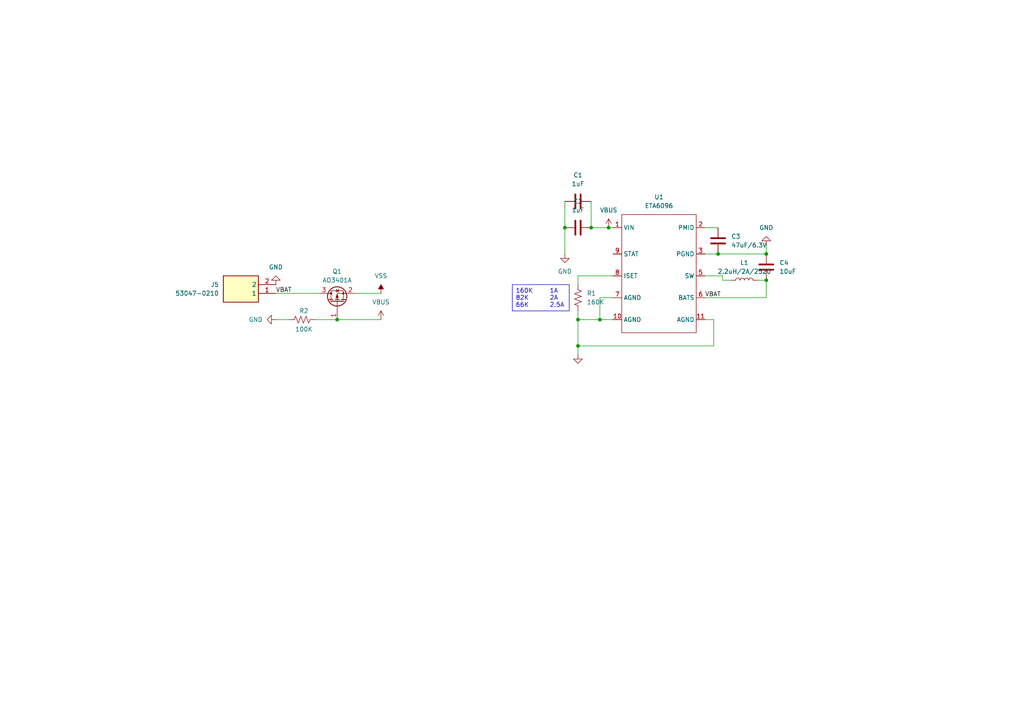
<source format=kicad_sch>
(kicad_sch
	(version 20231120)
	(generator "eeschema")
	(generator_version "8.0")
	(uuid "cf0e960d-f2ed-4901-84f8-a7524dedc2ae")
	(paper "A4")
	(lib_symbols
		(symbol "53047-0210:53047-0210"
			(exclude_from_sim no)
			(in_bom yes)
			(on_board yes)
			(property "Reference" "J"
				(at 16.51 7.62 0)
				(effects
					(font
						(size 1.27 1.27)
					)
					(justify left top)
				)
			)
			(property "Value" "53047-0210"
				(at 16.51 5.08 0)
				(effects
					(font
						(size 1.27 1.27)
					)
					(justify left top)
				)
			)
			(property "Footprint" "530470210"
				(at 16.51 -94.92 0)
				(effects
					(font
						(size 1.27 1.27)
					)
					(justify left top)
					(hide yes)
				)
			)
			(property "Datasheet" "https://componentsearchengine.com/Datasheets/2/53047-0210.pdf"
				(at 16.51 -194.92 0)
				(effects
					(font
						(size 1.27 1.27)
					)
					(justify left top)
					(hide yes)
				)
			)
			(property "Description" "Headers & Wire Housings VERTICAL HDR 2P"
				(at 0 0 0)
				(effects
					(font
						(size 1.27 1.27)
					)
					(hide yes)
				)
			)
			(property "Height" "4.4"
				(at 16.51 -394.92 0)
				(effects
					(font
						(size 1.27 1.27)
					)
					(justify left top)
					(hide yes)
				)
			)
			(property "Manufacturer_Name" "Molex"
				(at 16.51 -494.92 0)
				(effects
					(font
						(size 1.27 1.27)
					)
					(justify left top)
					(hide yes)
				)
			)
			(property "Manufacturer_Part_Number" "53047-0210"
				(at 16.51 -594.92 0)
				(effects
					(font
						(size 1.27 1.27)
					)
					(justify left top)
					(hide yes)
				)
			)
			(property "Mouser Part Number" "538-53047-0210"
				(at 16.51 -694.92 0)
				(effects
					(font
						(size 1.27 1.27)
					)
					(justify left top)
					(hide yes)
				)
			)
			(property "Mouser Price/Stock" "https://www.mouser.co.uk/ProductDetail/Molex/53047-0210?qs=M5Ic86%252BuP8b8FQrTwriyOw%3D%3D"
				(at 16.51 -794.92 0)
				(effects
					(font
						(size 1.27 1.27)
					)
					(justify left top)
					(hide yes)
				)
			)
			(property "Arrow Part Number" ""
				(at 16.51 -894.92 0)
				(effects
					(font
						(size 1.27 1.27)
					)
					(justify left top)
					(hide yes)
				)
			)
			(property "Arrow Price/Stock" ""
				(at 16.51 -994.92 0)
				(effects
					(font
						(size 1.27 1.27)
					)
					(justify left top)
					(hide yes)
				)
			)
			(symbol "53047-0210_1_1"
				(rectangle
					(start 5.08 2.54)
					(end 15.24 -5.08)
					(stroke
						(width 0.254)
						(type default)
					)
					(fill
						(type background)
					)
				)
				(pin passive line
					(at 0 -2.54 0)
					(length 5.08)
					(name "1"
						(effects
							(font
								(size 1.27 1.27)
							)
						)
					)
					(number "1"
						(effects
							(font
								(size 1.27 1.27)
							)
						)
					)
				)
				(pin passive line
					(at 0 0 0)
					(length 5.08)
					(name "2"
						(effects
							(font
								(size 1.27 1.27)
							)
						)
					)
					(number "2"
						(effects
							(font
								(size 1.27 1.27)
							)
						)
					)
				)
			)
		)
		(symbol "Device:C"
			(pin_numbers hide)
			(pin_names
				(offset 0.254)
			)
			(exclude_from_sim no)
			(in_bom yes)
			(on_board yes)
			(property "Reference" "C"
				(at 0.635 2.54 0)
				(effects
					(font
						(size 1.27 1.27)
					)
					(justify left)
				)
			)
			(property "Value" "C"
				(at 0.635 -2.54 0)
				(effects
					(font
						(size 1.27 1.27)
					)
					(justify left)
				)
			)
			(property "Footprint" ""
				(at 0.9652 -3.81 0)
				(effects
					(font
						(size 1.27 1.27)
					)
					(hide yes)
				)
			)
			(property "Datasheet" "~"
				(at 0 0 0)
				(effects
					(font
						(size 1.27 1.27)
					)
					(hide yes)
				)
			)
			(property "Description" "Unpolarized capacitor"
				(at 0 0 0)
				(effects
					(font
						(size 1.27 1.27)
					)
					(hide yes)
				)
			)
			(property "ki_keywords" "cap capacitor"
				(at 0 0 0)
				(effects
					(font
						(size 1.27 1.27)
					)
					(hide yes)
				)
			)
			(property "ki_fp_filters" "C_*"
				(at 0 0 0)
				(effects
					(font
						(size 1.27 1.27)
					)
					(hide yes)
				)
			)
			(symbol "C_0_1"
				(polyline
					(pts
						(xy -2.032 -0.762) (xy 2.032 -0.762)
					)
					(stroke
						(width 0.508)
						(type default)
					)
					(fill
						(type none)
					)
				)
				(polyline
					(pts
						(xy -2.032 0.762) (xy 2.032 0.762)
					)
					(stroke
						(width 0.508)
						(type default)
					)
					(fill
						(type none)
					)
				)
			)
			(symbol "C_1_1"
				(pin passive line
					(at 0 3.81 270)
					(length 2.794)
					(name "~"
						(effects
							(font
								(size 1.27 1.27)
							)
						)
					)
					(number "1"
						(effects
							(font
								(size 1.27 1.27)
							)
						)
					)
				)
				(pin passive line
					(at 0 -3.81 90)
					(length 2.794)
					(name "~"
						(effects
							(font
								(size 1.27 1.27)
							)
						)
					)
					(number "2"
						(effects
							(font
								(size 1.27 1.27)
							)
						)
					)
				)
			)
		)
		(symbol "Device:L"
			(pin_numbers hide)
			(pin_names
				(offset 1.016) hide)
			(exclude_from_sim no)
			(in_bom yes)
			(on_board yes)
			(property "Reference" "L"
				(at -1.27 0 90)
				(effects
					(font
						(size 1.27 1.27)
					)
				)
			)
			(property "Value" "L"
				(at 1.905 0 90)
				(effects
					(font
						(size 1.27 1.27)
					)
				)
			)
			(property "Footprint" ""
				(at 0 0 0)
				(effects
					(font
						(size 1.27 1.27)
					)
					(hide yes)
				)
			)
			(property "Datasheet" "~"
				(at 0 0 0)
				(effects
					(font
						(size 1.27 1.27)
					)
					(hide yes)
				)
			)
			(property "Description" "Inductor"
				(at 0 0 0)
				(effects
					(font
						(size 1.27 1.27)
					)
					(hide yes)
				)
			)
			(property "ki_keywords" "inductor choke coil reactor magnetic"
				(at 0 0 0)
				(effects
					(font
						(size 1.27 1.27)
					)
					(hide yes)
				)
			)
			(property "ki_fp_filters" "Choke_* *Coil* Inductor_* L_*"
				(at 0 0 0)
				(effects
					(font
						(size 1.27 1.27)
					)
					(hide yes)
				)
			)
			(symbol "L_0_1"
				(arc
					(start 0 -2.54)
					(mid 0.6323 -1.905)
					(end 0 -1.27)
					(stroke
						(width 0)
						(type default)
					)
					(fill
						(type none)
					)
				)
				(arc
					(start 0 -1.27)
					(mid 0.6323 -0.635)
					(end 0 0)
					(stroke
						(width 0)
						(type default)
					)
					(fill
						(type none)
					)
				)
				(arc
					(start 0 0)
					(mid 0.6323 0.635)
					(end 0 1.27)
					(stroke
						(width 0)
						(type default)
					)
					(fill
						(type none)
					)
				)
				(arc
					(start 0 1.27)
					(mid 0.6323 1.905)
					(end 0 2.54)
					(stroke
						(width 0)
						(type default)
					)
					(fill
						(type none)
					)
				)
			)
			(symbol "L_1_1"
				(pin passive line
					(at 0 3.81 270)
					(length 1.27)
					(name "1"
						(effects
							(font
								(size 1.27 1.27)
							)
						)
					)
					(number "1"
						(effects
							(font
								(size 1.27 1.27)
							)
						)
					)
				)
				(pin passive line
					(at 0 -3.81 90)
					(length 1.27)
					(name "2"
						(effects
							(font
								(size 1.27 1.27)
							)
						)
					)
					(number "2"
						(effects
							(font
								(size 1.27 1.27)
							)
						)
					)
				)
			)
		)
		(symbol "Device:R_US"
			(pin_numbers hide)
			(pin_names
				(offset 0)
			)
			(exclude_from_sim no)
			(in_bom yes)
			(on_board yes)
			(property "Reference" "R"
				(at 2.54 0 90)
				(effects
					(font
						(size 1.27 1.27)
					)
				)
			)
			(property "Value" "R_US"
				(at -2.54 0 90)
				(effects
					(font
						(size 1.27 1.27)
					)
				)
			)
			(property "Footprint" ""
				(at 1.016 -0.254 90)
				(effects
					(font
						(size 1.27 1.27)
					)
					(hide yes)
				)
			)
			(property "Datasheet" "~"
				(at 0 0 0)
				(effects
					(font
						(size 1.27 1.27)
					)
					(hide yes)
				)
			)
			(property "Description" "Resistor, US symbol"
				(at 0 0 0)
				(effects
					(font
						(size 1.27 1.27)
					)
					(hide yes)
				)
			)
			(property "ki_keywords" "R res resistor"
				(at 0 0 0)
				(effects
					(font
						(size 1.27 1.27)
					)
					(hide yes)
				)
			)
			(property "ki_fp_filters" "R_*"
				(at 0 0 0)
				(effects
					(font
						(size 1.27 1.27)
					)
					(hide yes)
				)
			)
			(symbol "R_US_0_1"
				(polyline
					(pts
						(xy 0 -2.286) (xy 0 -2.54)
					)
					(stroke
						(width 0)
						(type default)
					)
					(fill
						(type none)
					)
				)
				(polyline
					(pts
						(xy 0 2.286) (xy 0 2.54)
					)
					(stroke
						(width 0)
						(type default)
					)
					(fill
						(type none)
					)
				)
				(polyline
					(pts
						(xy 0 -0.762) (xy 1.016 -1.143) (xy 0 -1.524) (xy -1.016 -1.905) (xy 0 -2.286)
					)
					(stroke
						(width 0)
						(type default)
					)
					(fill
						(type none)
					)
				)
				(polyline
					(pts
						(xy 0 0.762) (xy 1.016 0.381) (xy 0 0) (xy -1.016 -0.381) (xy 0 -0.762)
					)
					(stroke
						(width 0)
						(type default)
					)
					(fill
						(type none)
					)
				)
				(polyline
					(pts
						(xy 0 2.286) (xy 1.016 1.905) (xy 0 1.524) (xy -1.016 1.143) (xy 0 0.762)
					)
					(stroke
						(width 0)
						(type default)
					)
					(fill
						(type none)
					)
				)
			)
			(symbol "R_US_1_1"
				(pin passive line
					(at 0 3.81 270)
					(length 1.27)
					(name "~"
						(effects
							(font
								(size 1.27 1.27)
							)
						)
					)
					(number "1"
						(effects
							(font
								(size 1.27 1.27)
							)
						)
					)
				)
				(pin passive line
					(at 0 -3.81 90)
					(length 1.27)
					(name "~"
						(effects
							(font
								(size 1.27 1.27)
							)
						)
					)
					(number "2"
						(effects
							(font
								(size 1.27 1.27)
							)
						)
					)
				)
			)
		)
		(symbol "ETA6096_1"
			(exclude_from_sim no)
			(in_bom yes)
			(on_board yes)
			(property "Reference" "U"
				(at -0.254 21.082 0)
				(effects
					(font
						(size 1.27 1.27)
					)
				)
			)
			(property "Value" "ETA6096"
				(at 0.254 18.542 0)
				(effects
					(font
						(size 1.27 1.27)
					)
				)
			)
			(property "Footprint" "SON50P300X300X90-11N"
				(at 4.318 21.59 0)
				(effects
					(font
						(size 1.27 1.27)
						(italic yes)
					)
					(hide yes)
				)
			)
			(property "Datasheet" "ETA6096"
				(at -17.018 15.748 0)
				(effects
					(font
						(size 1.27 1.27)
						(italic yes)
					)
					(hide yes)
				)
			)
			(property "Description" ""
				(at -0.254 18.288 0)
				(effects
					(font
						(size 1.27 1.27)
					)
					(hide yes)
				)
			)
			(symbol "ETA6096_1_0_1"
				(rectangle
					(start -10.16 16.51)
					(end 11.43 -17.78)
					(stroke
						(width 0)
						(type default)
					)
					(fill
						(type none)
					)
				)
			)
			(symbol "ETA6096_1_1_1"
				(pin input line
					(at -12.7 12.7 0)
					(length 2.54)
					(name "VIN"
						(effects
							(font
								(size 1.27 1.27)
							)
						)
					)
					(number "1"
						(effects
							(font
								(size 1.27 1.27)
							)
						)
					)
				)
				(pin power_in line
					(at -12.7 -13.97 0)
					(length 2.54)
					(name "AGND"
						(effects
							(font
								(size 1.27 1.27)
							)
						)
					)
					(number "10"
						(effects
							(font
								(size 1.27 1.27)
							)
						)
					)
				)
				(pin power_in line
					(at 13.97 -13.97 180)
					(length 2.54)
					(name "AGND"
						(effects
							(font
								(size 1.27 1.27)
							)
						)
					)
					(number "11"
						(effects
							(font
								(size 1.27 1.27)
							)
						)
					)
				)
				(pin bidirectional line
					(at 13.97 12.7 180)
					(length 2.54)
					(name "PMID"
						(effects
							(font
								(size 1.27 1.27)
							)
						)
					)
					(number "2"
						(effects
							(font
								(size 1.27 1.27)
							)
						)
					)
				)
				(pin power_in line
					(at 13.97 5.08 180)
					(length 2.54)
					(name "PGND"
						(effects
							(font
								(size 1.27 1.27)
							)
						)
					)
					(number "3"
						(effects
							(font
								(size 1.27 1.27)
							)
						)
					)
				)
				(pin bidirectional line
					(at 13.97 -1.27 180)
					(length 2.54)
					(name "SW"
						(effects
							(font
								(size 1.27 1.27)
							)
						)
					)
					(number "5"
						(effects
							(font
								(size 1.27 1.27)
							)
						)
					)
				)
				(pin input line
					(at 13.97 -7.62 180)
					(length 2.54)
					(name "BATS"
						(effects
							(font
								(size 1.27 1.27)
							)
						)
					)
					(number "6"
						(effects
							(font
								(size 1.27 1.27)
							)
						)
					)
				)
				(pin power_in line
					(at -12.7 -7.62 0)
					(length 2.54)
					(name "AGND"
						(effects
							(font
								(size 1.27 1.27)
							)
						)
					)
					(number "7"
						(effects
							(font
								(size 1.27 1.27)
							)
						)
					)
				)
				(pin input line
					(at -12.7 -1.27 0)
					(length 2.54)
					(name "ISET"
						(effects
							(font
								(size 1.27 1.27)
							)
						)
					)
					(number "8"
						(effects
							(font
								(size 1.27 1.27)
							)
						)
					)
				)
				(pin output line
					(at -12.7 5.08 0)
					(length 2.54)
					(name "STAT"
						(effects
							(font
								(size 1.27 1.27)
							)
						)
					)
					(number "9"
						(effects
							(font
								(size 1.27 1.27)
							)
						)
					)
				)
			)
		)
		(symbol "Transistor_FET:AO3401A"
			(pin_names hide)
			(exclude_from_sim no)
			(in_bom yes)
			(on_board yes)
			(property "Reference" "Q"
				(at 5.08 1.905 0)
				(effects
					(font
						(size 1.27 1.27)
					)
					(justify left)
				)
			)
			(property "Value" "AO3401A"
				(at 5.08 0 0)
				(effects
					(font
						(size 1.27 1.27)
					)
					(justify left)
				)
			)
			(property "Footprint" "Package_TO_SOT_SMD:SOT-23"
				(at 5.08 -1.905 0)
				(effects
					(font
						(size 1.27 1.27)
						(italic yes)
					)
					(justify left)
					(hide yes)
				)
			)
			(property "Datasheet" "http://www.aosmd.com/pdfs/datasheet/AO3401A.pdf"
				(at 5.08 -3.81 0)
				(effects
					(font
						(size 1.27 1.27)
					)
					(justify left)
					(hide yes)
				)
			)
			(property "Description" "-4.0A Id, -30V Vds, P-Channel MOSFET, SOT-23"
				(at 0 0 0)
				(effects
					(font
						(size 1.27 1.27)
					)
					(hide yes)
				)
			)
			(property "ki_keywords" "P-Channel MOSFET"
				(at 0 0 0)
				(effects
					(font
						(size 1.27 1.27)
					)
					(hide yes)
				)
			)
			(property "ki_fp_filters" "SOT?23*"
				(at 0 0 0)
				(effects
					(font
						(size 1.27 1.27)
					)
					(hide yes)
				)
			)
			(symbol "AO3401A_0_1"
				(polyline
					(pts
						(xy 0.254 0) (xy -2.54 0)
					)
					(stroke
						(width 0)
						(type default)
					)
					(fill
						(type none)
					)
				)
				(polyline
					(pts
						(xy 0.254 1.905) (xy 0.254 -1.905)
					)
					(stroke
						(width 0.254)
						(type default)
					)
					(fill
						(type none)
					)
				)
				(polyline
					(pts
						(xy 0.762 -1.27) (xy 0.762 -2.286)
					)
					(stroke
						(width 0.254)
						(type default)
					)
					(fill
						(type none)
					)
				)
				(polyline
					(pts
						(xy 0.762 0.508) (xy 0.762 -0.508)
					)
					(stroke
						(width 0.254)
						(type default)
					)
					(fill
						(type none)
					)
				)
				(polyline
					(pts
						(xy 0.762 2.286) (xy 0.762 1.27)
					)
					(stroke
						(width 0.254)
						(type default)
					)
					(fill
						(type none)
					)
				)
				(polyline
					(pts
						(xy 2.54 2.54) (xy 2.54 1.778)
					)
					(stroke
						(width 0)
						(type default)
					)
					(fill
						(type none)
					)
				)
				(polyline
					(pts
						(xy 2.54 -2.54) (xy 2.54 0) (xy 0.762 0)
					)
					(stroke
						(width 0)
						(type default)
					)
					(fill
						(type none)
					)
				)
				(polyline
					(pts
						(xy 0.762 1.778) (xy 3.302 1.778) (xy 3.302 -1.778) (xy 0.762 -1.778)
					)
					(stroke
						(width 0)
						(type default)
					)
					(fill
						(type none)
					)
				)
				(polyline
					(pts
						(xy 2.286 0) (xy 1.27 0.381) (xy 1.27 -0.381) (xy 2.286 0)
					)
					(stroke
						(width 0)
						(type default)
					)
					(fill
						(type outline)
					)
				)
				(polyline
					(pts
						(xy 2.794 -0.508) (xy 2.921 -0.381) (xy 3.683 -0.381) (xy 3.81 -0.254)
					)
					(stroke
						(width 0)
						(type default)
					)
					(fill
						(type none)
					)
				)
				(polyline
					(pts
						(xy 3.302 -0.381) (xy 2.921 0.254) (xy 3.683 0.254) (xy 3.302 -0.381)
					)
					(stroke
						(width 0)
						(type default)
					)
					(fill
						(type none)
					)
				)
				(circle
					(center 1.651 0)
					(radius 2.794)
					(stroke
						(width 0.254)
						(type default)
					)
					(fill
						(type none)
					)
				)
				(circle
					(center 2.54 -1.778)
					(radius 0.254)
					(stroke
						(width 0)
						(type default)
					)
					(fill
						(type outline)
					)
				)
				(circle
					(center 2.54 1.778)
					(radius 0.254)
					(stroke
						(width 0)
						(type default)
					)
					(fill
						(type outline)
					)
				)
			)
			(symbol "AO3401A_1_1"
				(pin input line
					(at -5.08 0 0)
					(length 2.54)
					(name "G"
						(effects
							(font
								(size 1.27 1.27)
							)
						)
					)
					(number "1"
						(effects
							(font
								(size 1.27 1.27)
							)
						)
					)
				)
				(pin passive line
					(at 2.54 -5.08 90)
					(length 2.54)
					(name "S"
						(effects
							(font
								(size 1.27 1.27)
							)
						)
					)
					(number "2"
						(effects
							(font
								(size 1.27 1.27)
							)
						)
					)
				)
				(pin passive line
					(at 2.54 5.08 270)
					(length 2.54)
					(name "D"
						(effects
							(font
								(size 1.27 1.27)
							)
						)
					)
					(number "3"
						(effects
							(font
								(size 1.27 1.27)
							)
						)
					)
				)
			)
		)
		(symbol "power:GND"
			(power)
			(pin_numbers hide)
			(pin_names
				(offset 0) hide)
			(exclude_from_sim no)
			(in_bom yes)
			(on_board yes)
			(property "Reference" "#PWR"
				(at 0 -6.35 0)
				(effects
					(font
						(size 1.27 1.27)
					)
					(hide yes)
				)
			)
			(property "Value" "GND"
				(at 0 -3.81 0)
				(effects
					(font
						(size 1.27 1.27)
					)
				)
			)
			(property "Footprint" ""
				(at 0 0 0)
				(effects
					(font
						(size 1.27 1.27)
					)
					(hide yes)
				)
			)
			(property "Datasheet" ""
				(at 0 0 0)
				(effects
					(font
						(size 1.27 1.27)
					)
					(hide yes)
				)
			)
			(property "Description" "Power symbol creates a global label with name \"GND\" , ground"
				(at 0 0 0)
				(effects
					(font
						(size 1.27 1.27)
					)
					(hide yes)
				)
			)
			(property "ki_keywords" "global power"
				(at 0 0 0)
				(effects
					(font
						(size 1.27 1.27)
					)
					(hide yes)
				)
			)
			(symbol "GND_0_1"
				(polyline
					(pts
						(xy 0 0) (xy 0 -1.27) (xy 1.27 -1.27) (xy 0 -2.54) (xy -1.27 -1.27) (xy 0 -1.27)
					)
					(stroke
						(width 0)
						(type default)
					)
					(fill
						(type none)
					)
				)
			)
			(symbol "GND_1_1"
				(pin power_in line
					(at 0 0 270)
					(length 0)
					(name "~"
						(effects
							(font
								(size 1.27 1.27)
							)
						)
					)
					(number "1"
						(effects
							(font
								(size 1.27 1.27)
							)
						)
					)
				)
			)
		)
		(symbol "power:VBUS"
			(power)
			(pin_numbers hide)
			(pin_names
				(offset 0) hide)
			(exclude_from_sim no)
			(in_bom yes)
			(on_board yes)
			(property "Reference" "#PWR"
				(at 0 -3.81 0)
				(effects
					(font
						(size 1.27 1.27)
					)
					(hide yes)
				)
			)
			(property "Value" "VBUS"
				(at 0 3.556 0)
				(effects
					(font
						(size 1.27 1.27)
					)
				)
			)
			(property "Footprint" ""
				(at 0 0 0)
				(effects
					(font
						(size 1.27 1.27)
					)
					(hide yes)
				)
			)
			(property "Datasheet" ""
				(at 0 0 0)
				(effects
					(font
						(size 1.27 1.27)
					)
					(hide yes)
				)
			)
			(property "Description" "Power symbol creates a global label with name \"VBUS\""
				(at 0 0 0)
				(effects
					(font
						(size 1.27 1.27)
					)
					(hide yes)
				)
			)
			(property "ki_keywords" "global power"
				(at 0 0 0)
				(effects
					(font
						(size 1.27 1.27)
					)
					(hide yes)
				)
			)
			(symbol "VBUS_0_1"
				(polyline
					(pts
						(xy -0.762 1.27) (xy 0 2.54)
					)
					(stroke
						(width 0)
						(type default)
					)
					(fill
						(type none)
					)
				)
				(polyline
					(pts
						(xy 0 0) (xy 0 2.54)
					)
					(stroke
						(width 0)
						(type default)
					)
					(fill
						(type none)
					)
				)
				(polyline
					(pts
						(xy 0 2.54) (xy 0.762 1.27)
					)
					(stroke
						(width 0)
						(type default)
					)
					(fill
						(type none)
					)
				)
			)
			(symbol "VBUS_1_1"
				(pin power_in line
					(at 0 0 90)
					(length 0)
					(name "~"
						(effects
							(font
								(size 1.27 1.27)
							)
						)
					)
					(number "1"
						(effects
							(font
								(size 1.27 1.27)
							)
						)
					)
				)
			)
		)
		(symbol "power:VSS"
			(power)
			(pin_numbers hide)
			(pin_names
				(offset 0) hide)
			(exclude_from_sim no)
			(in_bom yes)
			(on_board yes)
			(property "Reference" "#PWR"
				(at 0 -3.81 0)
				(effects
					(font
						(size 1.27 1.27)
					)
					(hide yes)
				)
			)
			(property "Value" "VSS"
				(at 0 3.556 0)
				(effects
					(font
						(size 1.27 1.27)
					)
				)
			)
			(property "Footprint" ""
				(at 0 0 0)
				(effects
					(font
						(size 1.27 1.27)
					)
					(hide yes)
				)
			)
			(property "Datasheet" ""
				(at 0 0 0)
				(effects
					(font
						(size 1.27 1.27)
					)
					(hide yes)
				)
			)
			(property "Description" "Power symbol creates a global label with name \"VSS\""
				(at 0 0 0)
				(effects
					(font
						(size 1.27 1.27)
					)
					(hide yes)
				)
			)
			(property "ki_keywords" "global power"
				(at 0 0 0)
				(effects
					(font
						(size 1.27 1.27)
					)
					(hide yes)
				)
			)
			(symbol "VSS_0_1"
				(polyline
					(pts
						(xy 0 0) (xy 0 2.54)
					)
					(stroke
						(width 0)
						(type default)
					)
					(fill
						(type none)
					)
				)
				(polyline
					(pts
						(xy 0.762 1.27) (xy -0.762 1.27) (xy 0 2.54) (xy 0.762 1.27)
					)
					(stroke
						(width 0)
						(type default)
					)
					(fill
						(type outline)
					)
				)
			)
			(symbol "VSS_1_1"
				(pin power_in line
					(at 0 0 90)
					(length 0)
					(name "~"
						(effects
							(font
								(size 1.27 1.27)
							)
						)
					)
					(number "1"
						(effects
							(font
								(size 1.27 1.27)
							)
						)
					)
				)
			)
		)
	)
	(junction
		(at 222.25 73.66)
		(diameter 0)
		(color 0 0 0 0)
		(uuid "0608afd5-725e-40eb-8874-3b8d78d3f563")
	)
	(junction
		(at 171.45 66.04)
		(diameter 0)
		(color 0 0 0 0)
		(uuid "08e812d5-82cd-42b5-9523-945d6d4b40e4")
	)
	(junction
		(at 173.99 92.71)
		(diameter 0)
		(color 0 0 0 0)
		(uuid "30c80638-d698-4cb0-aa21-6c79701af1f2")
	)
	(junction
		(at 176.53 66.04)
		(diameter 0)
		(color 0 0 0 0)
		(uuid "8a73af71-b0e7-48ef-8e40-55c9416e93d0")
	)
	(junction
		(at 167.64 100.33)
		(diameter 0)
		(color 0 0 0 0)
		(uuid "8b11dce0-7a69-4e54-a7ce-0371c204a978")
	)
	(junction
		(at 222.25 81.28)
		(diameter 0)
		(color 0 0 0 0)
		(uuid "8eba1d2a-6731-4e31-a6f1-3792be9bcb37")
	)
	(junction
		(at 167.64 92.71)
		(diameter 0)
		(color 0 0 0 0)
		(uuid "93d52230-c200-461d-9adf-a4e606b9a30b")
	)
	(junction
		(at 208.28 73.66)
		(diameter 0)
		(color 0 0 0 0)
		(uuid "9b59b50e-ae77-4a5c-9265-a120fb6d9df2")
	)
	(junction
		(at 97.79 92.71)
		(diameter 0)
		(color 0 0 0 0)
		(uuid "d8e2b800-8d92-4655-985a-13639b94f7ac")
	)
	(junction
		(at 163.83 66.04)
		(diameter 0)
		(color 0 0 0 0)
		(uuid "e920e1cd-2bf9-471f-bda0-a504a6c5175c")
	)
	(wire
		(pts
			(xy 204.47 73.66) (xy 208.28 73.66)
		)
		(stroke
			(width 0)
			(type default)
		)
		(uuid "005d6aad-b7bc-445d-831c-d69f1a5fd857")
	)
	(wire
		(pts
			(xy 204.47 66.04) (xy 208.28 66.04)
		)
		(stroke
			(width 0)
			(type default)
		)
		(uuid "1e2232f5-2605-42d9-8a6d-e11235733d8b")
	)
	(wire
		(pts
			(xy 167.64 100.33) (xy 167.64 102.87)
		)
		(stroke
			(width 0)
			(type default)
		)
		(uuid "1e7a211c-44ee-46f9-8858-854a504141aa")
	)
	(wire
		(pts
			(xy 167.64 90.17) (xy 167.64 92.71)
		)
		(stroke
			(width 0)
			(type default)
		)
		(uuid "29a5ef9b-3d27-4301-b971-9918a5b5f2bc")
	)
	(wire
		(pts
			(xy 222.25 86.36) (xy 222.25 81.28)
		)
		(stroke
			(width 0)
			(type default)
		)
		(uuid "348f5081-4534-4291-9f33-2cff9710768f")
	)
	(wire
		(pts
			(xy 177.8 86.36) (xy 173.99 86.36)
		)
		(stroke
			(width 0)
			(type default)
		)
		(uuid "3736b224-7161-4316-824c-a30321f472d1")
	)
	(wire
		(pts
			(xy 163.83 66.04) (xy 163.83 73.66)
		)
		(stroke
			(width 0)
			(type default)
		)
		(uuid "39e4aaeb-9fd5-4b38-9703-3aff511df832")
	)
	(wire
		(pts
			(xy 173.99 86.36) (xy 173.99 92.71)
		)
		(stroke
			(width 0)
			(type default)
		)
		(uuid "3be67e63-d9d6-4e9e-bd59-a758f42b20fd")
	)
	(wire
		(pts
			(xy 208.28 73.66) (xy 222.25 73.66)
		)
		(stroke
			(width 0)
			(type default)
		)
		(uuid "4a1355da-6804-41fa-b0da-7be90d4a0073")
	)
	(wire
		(pts
			(xy 163.83 58.42) (xy 163.83 66.04)
		)
		(stroke
			(width 0)
			(type default)
		)
		(uuid "4e541fe9-a5d9-4cee-8265-0e8c5ffcc37d")
	)
	(wire
		(pts
			(xy 176.53 66.04) (xy 177.8 66.04)
		)
		(stroke
			(width 0)
			(type default)
		)
		(uuid "50ab8b1b-cb8a-443d-84e7-486e970c5df7")
	)
	(wire
		(pts
			(xy 167.64 92.71) (xy 173.99 92.71)
		)
		(stroke
			(width 0)
			(type default)
		)
		(uuid "5af33a48-acae-4b4b-8bd6-89f7d19ec012")
	)
	(wire
		(pts
			(xy 167.64 80.01) (xy 177.8 80.01)
		)
		(stroke
			(width 0)
			(type default)
		)
		(uuid "67a9656b-0aab-411a-9f0b-1781438d5edf")
	)
	(wire
		(pts
			(xy 167.64 92.71) (xy 167.64 100.33)
		)
		(stroke
			(width 0)
			(type default)
		)
		(uuid "83cdb24a-6a59-4758-af86-9246acba8c00")
	)
	(wire
		(pts
			(xy 209.55 81.28) (xy 212.09 81.28)
		)
		(stroke
			(width 0)
			(type default)
		)
		(uuid "84dba02d-5472-4d9c-a04e-ee684c4ffe64")
	)
	(wire
		(pts
			(xy 97.79 92.71) (xy 110.49 92.71)
		)
		(stroke
			(width 0)
			(type default)
		)
		(uuid "86ff7301-e557-4d45-8a9e-fdc68373b27b")
	)
	(wire
		(pts
			(xy 102.87 85.09) (xy 110.49 85.09)
		)
		(stroke
			(width 0)
			(type default)
		)
		(uuid "87c18c91-7605-48c7-8c37-7f074e2cf35f")
	)
	(wire
		(pts
			(xy 207.01 92.71) (xy 207.01 100.33)
		)
		(stroke
			(width 0)
			(type default)
		)
		(uuid "88789c61-1d88-411a-9d88-22c1acc647d5")
	)
	(wire
		(pts
			(xy 219.71 81.28) (xy 222.25 81.28)
		)
		(stroke
			(width 0)
			(type default)
		)
		(uuid "9a94a270-301e-4bf3-a616-ae00167b8a28")
	)
	(wire
		(pts
			(xy 207.01 92.71) (xy 204.47 92.71)
		)
		(stroke
			(width 0)
			(type default)
		)
		(uuid "9b4a4625-e21f-49d5-9184-761b54fe30c0")
	)
	(wire
		(pts
			(xy 222.25 73.66) (xy 222.25 71.12)
		)
		(stroke
			(width 0)
			(type default)
		)
		(uuid "a36a138f-b2a9-402b-93e7-1b795d6cdbc0")
	)
	(wire
		(pts
			(xy 204.47 86.36) (xy 222.25 86.36)
		)
		(stroke
			(width 0)
			(type default)
		)
		(uuid "b441f640-6802-49f9-a93b-25875f74bfde")
	)
	(wire
		(pts
			(xy 171.45 66.04) (xy 176.53 66.04)
		)
		(stroke
			(width 0)
			(type default)
		)
		(uuid "b57a1598-e8a9-4bd4-91a7-2aecf05aad3f")
	)
	(wire
		(pts
			(xy 80.01 92.71) (xy 83.82 92.71)
		)
		(stroke
			(width 0)
			(type default)
		)
		(uuid "b59dd456-a530-4d6d-8b55-9735b6607a5c")
	)
	(wire
		(pts
			(xy 80.01 85.09) (xy 92.71 85.09)
		)
		(stroke
			(width 0)
			(type default)
		)
		(uuid "b5e33dd5-0481-4610-8009-a647670a9796")
	)
	(wire
		(pts
			(xy 209.55 80.01) (xy 209.55 81.28)
		)
		(stroke
			(width 0)
			(type default)
		)
		(uuid "b96f3ff6-1919-427c-94dc-bb92c65ae2f6")
	)
	(wire
		(pts
			(xy 207.01 100.33) (xy 167.64 100.33)
		)
		(stroke
			(width 0)
			(type default)
		)
		(uuid "c68cf8cf-3cb5-4068-a76a-10afa9b93f68")
	)
	(wire
		(pts
			(xy 173.99 92.71) (xy 177.8 92.71)
		)
		(stroke
			(width 0)
			(type default)
		)
		(uuid "d7cd2c33-0f81-45af-a2c2-ec99f97cf1cb")
	)
	(wire
		(pts
			(xy 91.44 92.71) (xy 97.79 92.71)
		)
		(stroke
			(width 0)
			(type default)
		)
		(uuid "ddedcd5d-980b-4945-918c-817fc2abd706")
	)
	(wire
		(pts
			(xy 204.47 80.01) (xy 209.55 80.01)
		)
		(stroke
			(width 0)
			(type default)
		)
		(uuid "e109b8a4-9058-4e7e-bca8-728b45d66908")
	)
	(wire
		(pts
			(xy 171.45 58.42) (xy 171.45 66.04)
		)
		(stroke
			(width 0)
			(type default)
		)
		(uuid "f743c520-8ed4-4420-a87e-293a5020791b")
	)
	(wire
		(pts
			(xy 167.64 80.01) (xy 167.64 82.55)
		)
		(stroke
			(width 0)
			(type default)
		)
		(uuid "f81827cb-e6ec-4c93-8296-aeee232fc47d")
	)
	(text_box "160K 	1A\n82K 	2A\n66K 	2.5A"
		(exclude_from_sim no)
		(at 148.59 82.55 0)
		(size 16.51 7.62)
		(stroke
			(width 0)
			(type default)
		)
		(fill
			(type none)
		)
		(effects
			(font
				(size 1.27 1.27)
			)
			(justify left top)
		)
		(uuid "2a1828fd-2dfe-4d89-a374-0a1746650c26")
	)
	(label "VBAT"
		(at 80.01 85.09 0)
		(fields_autoplaced yes)
		(effects
			(font
				(size 1.27 1.27)
			)
			(justify left bottom)
		)
		(uuid "0ecafff9-5bf7-4f8b-8bf5-54377666d2dc")
	)
	(label "VBAT"
		(at 204.47 86.36 0)
		(fields_autoplaced yes)
		(effects
			(font
				(size 1.27 1.27)
			)
			(justify left bottom)
		)
		(uuid "b2ead7aa-257c-4986-80ce-82c36bf1a461")
	)
	(symbol
		(lib_id "power:GND")
		(at 222.25 71.12 180)
		(unit 1)
		(exclude_from_sim no)
		(in_bom yes)
		(on_board yes)
		(dnp no)
		(fields_autoplaced yes)
		(uuid "0c835166-fa57-4b0e-9094-d5ba08de77df")
		(property "Reference" "#PWR03"
			(at 222.25 64.77 0)
			(effects
				(font
					(size 1.27 1.27)
				)
				(hide yes)
			)
		)
		(property "Value" "GND"
			(at 222.25 66.04 0)
			(effects
				(font
					(size 1.27 1.27)
				)
			)
		)
		(property "Footprint" ""
			(at 222.25 71.12 0)
			(effects
				(font
					(size 1.27 1.27)
				)
				(hide yes)
			)
		)
		(property "Datasheet" ""
			(at 222.25 71.12 0)
			(effects
				(font
					(size 1.27 1.27)
				)
				(hide yes)
			)
		)
		(property "Description" "Power symbol creates a global label with name \"GND\" , ground"
			(at 222.25 71.12 0)
			(effects
				(font
					(size 1.27 1.27)
				)
				(hide yes)
			)
		)
		(pin "1"
			(uuid "2785349c-ab55-405a-bdf4-2a03bd524ad6")
		)
		(instances
			(project ""
				(path "/e4d3289e-0ccf-4dc8-988c-0c08b099df28/3ac995c4-aea6-400a-afaa-3ad6c84cb1fe"
					(reference "#PWR03")
					(unit 1)
				)
			)
		)
	)
	(symbol
		(lib_id "Transistor_FET:AO3401A")
		(at 97.79 87.63 90)
		(unit 1)
		(exclude_from_sim no)
		(in_bom yes)
		(on_board yes)
		(dnp no)
		(fields_autoplaced yes)
		(uuid "132f7f75-b56d-4e21-b382-42f09fb97065")
		(property "Reference" "Q1"
			(at 97.79 78.74 90)
			(effects
				(font
					(size 1.27 1.27)
				)
			)
		)
		(property "Value" "AO3401A"
			(at 97.79 81.28 90)
			(effects
				(font
					(size 1.27 1.27)
				)
			)
		)
		(property "Footprint" "Package_TO_SOT_SMD:SOT-23"
			(at 99.695 82.55 0)
			(effects
				(font
					(size 1.27 1.27)
					(italic yes)
				)
				(justify left)
				(hide yes)
			)
		)
		(property "Datasheet" "http://www.aosmd.com/pdfs/datasheet/AO3401A.pdf"
			(at 101.6 82.55 0)
			(effects
				(font
					(size 1.27 1.27)
				)
				(justify left)
				(hide yes)
			)
		)
		(property "Description" "-4.0A Id, -30V Vds, P-Channel MOSFET, SOT-23"
			(at 97.79 87.63 0)
			(effects
				(font
					(size 1.27 1.27)
				)
				(hide yes)
			)
		)
		(pin "3"
			(uuid "54b7f90f-e7b5-4699-9810-27cd2911bb13")
		)
		(pin "1"
			(uuid "9e092f85-578d-45b2-bc38-0733761c28db")
		)
		(pin "2"
			(uuid "6cb02dba-6b51-4896-94b4-54abd9ba6463")
		)
		(instances
			(project ""
				(path "/e4d3289e-0ccf-4dc8-988c-0c08b099df28/3ac995c4-aea6-400a-afaa-3ad6c84cb1fe"
					(reference "Q1")
					(unit 1)
				)
			)
		)
	)
	(symbol
		(lib_id "53047-0210:53047-0210")
		(at 80.01 82.55 0)
		(mirror y)
		(unit 1)
		(exclude_from_sim no)
		(in_bom yes)
		(on_board yes)
		(dnp no)
		(uuid "1dd4c904-7c4b-443e-a5b3-9116a439b4af")
		(property "Reference" "J5"
			(at 63.5 82.5499 0)
			(effects
				(font
					(size 1.27 1.27)
				)
				(justify left)
			)
		)
		(property "Value" "53047-0210"
			(at 63.5 85.0899 0)
			(effects
				(font
					(size 1.27 1.27)
				)
				(justify left)
			)
		)
		(property "Footprint" "530470210"
			(at 63.5 177.47 0)
			(effects
				(font
					(size 1.27 1.27)
				)
				(justify left top)
				(hide yes)
			)
		)
		(property "Datasheet" "https://componentsearchengine.com/Datasheets/2/53047-0210.pdf"
			(at 63.5 277.47 0)
			(effects
				(font
					(size 1.27 1.27)
				)
				(justify left top)
				(hide yes)
			)
		)
		(property "Description" "Headers & Wire Housings VERTICAL HDR 2P"
			(at 80.01 82.55 0)
			(effects
				(font
					(size 1.27 1.27)
				)
				(hide yes)
			)
		)
		(property "Height" "4.4"
			(at 63.5 477.47 0)
			(effects
				(font
					(size 1.27 1.27)
				)
				(justify left top)
				(hide yes)
			)
		)
		(property "Manufacturer_Name" "Molex"
			(at 63.5 577.47 0)
			(effects
				(font
					(size 1.27 1.27)
				)
				(justify left top)
				(hide yes)
			)
		)
		(property "Manufacturer_Part_Number" "53047-0210"
			(at 63.5 677.47 0)
			(effects
				(font
					(size 1.27 1.27)
				)
				(justify left top)
				(hide yes)
			)
		)
		(property "Mouser Part Number" "538-53047-0210"
			(at 63.5 777.47 0)
			(effects
				(font
					(size 1.27 1.27)
				)
				(justify left top)
				(hide yes)
			)
		)
		(property "Mouser Price/Stock" "https://www.mouser.co.uk/ProductDetail/Molex/53047-0210?qs=M5Ic86%252BuP8b8FQrTwriyOw%3D%3D"
			(at 63.5 877.47 0)
			(effects
				(font
					(size 1.27 1.27)
				)
				(justify left top)
				(hide yes)
			)
		)
		(property "Arrow Part Number" ""
			(at 63.5 977.47 0)
			(effects
				(font
					(size 1.27 1.27)
				)
				(justify left top)
				(hide yes)
			)
		)
		(property "Arrow Price/Stock" ""
			(at 63.5 1077.47 0)
			(effects
				(font
					(size 1.27 1.27)
				)
				(justify left top)
				(hide yes)
			)
		)
		(pin "1"
			(uuid "bcff516b-8e6f-4217-89ca-244f3d7220d2")
		)
		(pin "2"
			(uuid "bb1a6c11-875b-41d2-9f57-50a42885325d")
		)
		(instances
			(project ""
				(path "/e4d3289e-0ccf-4dc8-988c-0c08b099df28/3ac995c4-aea6-400a-afaa-3ad6c84cb1fe"
					(reference "J5")
					(unit 1)
				)
			)
		)
	)
	(symbol
		(lib_name "ETA6096_1")
		(lib_id "ETA6096:ETA6096")
		(at 190.5 78.74 0)
		(unit 1)
		(exclude_from_sim no)
		(in_bom yes)
		(on_board yes)
		(dnp no)
		(fields_autoplaced yes)
		(uuid "243f84cb-bc94-4c3a-bc16-754e86c7cfd7")
		(property "Reference" "U1"
			(at 191.135 57.15 0)
			(effects
				(font
					(size 1.27 1.27)
				)
			)
		)
		(property "Value" "ETA6096"
			(at 191.135 59.69 0)
			(effects
				(font
					(size 1.27 1.27)
				)
			)
		)
		(property "Footprint" "SON50P300X300X90-11N"
			(at 194.818 57.15 0)
			(effects
				(font
					(size 1.27 1.27)
					(italic yes)
				)
				(hide yes)
			)
		)
		(property "Datasheet" "ETA6096"
			(at 173.482 62.992 0)
			(effects
				(font
					(size 1.27 1.27)
					(italic yes)
				)
				(hide yes)
			)
		)
		(property "Description" ""
			(at 190.246 60.452 0)
			(effects
				(font
					(size 1.27 1.27)
				)
				(hide yes)
			)
		)
		(pin "10"
			(uuid "8a458c0f-fa32-4fd2-baa7-3d354a309a90")
		)
		(pin "11"
			(uuid "b3526e3f-2ec2-41b8-8e3c-bf898bb5e578")
		)
		(pin "5"
			(uuid "2d1deb4d-cea5-4048-8d95-10dfc9e995ff")
		)
		(pin "3"
			(uuid "9fee5593-27e1-4138-8cb8-bb0cef31e10f")
		)
		(pin "1"
			(uuid "143debd3-5868-4b66-b2b3-352f13263066")
		)
		(pin "2"
			(uuid "2faf5b35-9d63-4455-a057-3983b2192339")
		)
		(pin "6"
			(uuid "0c3577e0-d261-4754-9da4-050b8b2b5d73")
		)
		(pin "8"
			(uuid "b07994e4-422e-4c14-99cf-c87a0f078a04")
		)
		(pin "7"
			(uuid "d18aceca-be0b-4056-80aa-ff7131e14602")
		)
		(pin "9"
			(uuid "adafcbe5-ce9e-44e5-ab9a-f1aed59cf2d5")
		)
		(instances
			(project ""
				(path "/e4d3289e-0ccf-4dc8-988c-0c08b099df28/3ac995c4-aea6-400a-afaa-3ad6c84cb1fe"
					(reference "U1")
					(unit 1)
				)
			)
		)
	)
	(symbol
		(lib_id "power:VSS")
		(at 110.49 85.09 0)
		(unit 1)
		(exclude_from_sim no)
		(in_bom yes)
		(on_board yes)
		(dnp no)
		(fields_autoplaced yes)
		(uuid "5b8811ed-aa59-49a0-996c-f9fbca8df6ea")
		(property "Reference" "#PWR066"
			(at 110.49 88.9 0)
			(effects
				(font
					(size 1.27 1.27)
				)
				(hide yes)
			)
		)
		(property "Value" "VSS"
			(at 110.49 80.01 0)
			(effects
				(font
					(size 1.27 1.27)
				)
			)
		)
		(property "Footprint" ""
			(at 110.49 85.09 0)
			(effects
				(font
					(size 1.27 1.27)
				)
				(hide yes)
			)
		)
		(property "Datasheet" ""
			(at 110.49 85.09 0)
			(effects
				(font
					(size 1.27 1.27)
				)
				(hide yes)
			)
		)
		(property "Description" "Power symbol creates a global label with name \"VSS\""
			(at 110.49 85.09 0)
			(effects
				(font
					(size 1.27 1.27)
				)
				(hide yes)
			)
		)
		(pin "1"
			(uuid "f63f32e9-fd9a-4845-8b67-b66ba1b79e4b")
		)
		(instances
			(project ""
				(path "/e4d3289e-0ccf-4dc8-988c-0c08b099df28/3ac995c4-aea6-400a-afaa-3ad6c84cb1fe"
					(reference "#PWR066")
					(unit 1)
				)
			)
		)
	)
	(symbol
		(lib_id "Device:C")
		(at 167.64 58.42 270)
		(unit 1)
		(exclude_from_sim no)
		(in_bom yes)
		(on_board yes)
		(dnp no)
		(fields_autoplaced yes)
		(uuid "73b88e07-a09f-4cb8-abac-7c07c443dd42")
		(property "Reference" "C1"
			(at 167.64 50.8 90)
			(effects
				(font
					(size 1.27 1.27)
				)
			)
		)
		(property "Value" "1uF"
			(at 167.64 53.34 90)
			(effects
				(font
					(size 1.27 1.27)
				)
			)
		)
		(property "Footprint" "Capacitor_SMD:C_0603_1608Metric"
			(at 163.83 59.3852 0)
			(effects
				(font
					(size 1.27 1.27)
				)
				(hide yes)
			)
		)
		(property "Datasheet" "~"
			(at 167.64 58.42 0)
			(effects
				(font
					(size 1.27 1.27)
				)
				(hide yes)
			)
		)
		(property "Description" "Unpolarized capacitor"
			(at 167.64 58.42 0)
			(effects
				(font
					(size 1.27 1.27)
				)
				(hide yes)
			)
		)
		(pin "1"
			(uuid "b5ab157f-7661-4e87-a96c-4ab50543e8c7")
		)
		(pin "2"
			(uuid "31f4f87a-3a6b-4d8e-b963-f6bcb388482e")
		)
		(instances
			(project ""
				(path "/e4d3289e-0ccf-4dc8-988c-0c08b099df28/3ac995c4-aea6-400a-afaa-3ad6c84cb1fe"
					(reference "C1")
					(unit 1)
				)
			)
		)
	)
	(symbol
		(lib_id "power:VBUS")
		(at 176.53 66.04 0)
		(unit 1)
		(exclude_from_sim no)
		(in_bom yes)
		(on_board yes)
		(dnp no)
		(fields_autoplaced yes)
		(uuid "78a78846-f4b5-4dea-995b-820bdaca51b3")
		(property "Reference" "#PWR062"
			(at 176.53 69.85 0)
			(effects
				(font
					(size 1.27 1.27)
				)
				(hide yes)
			)
		)
		(property "Value" "VBUS"
			(at 176.53 60.96 0)
			(effects
				(font
					(size 1.27 1.27)
				)
			)
		)
		(property "Footprint" ""
			(at 176.53 66.04 0)
			(effects
				(font
					(size 1.27 1.27)
				)
				(hide yes)
			)
		)
		(property "Datasheet" ""
			(at 176.53 66.04 0)
			(effects
				(font
					(size 1.27 1.27)
				)
				(hide yes)
			)
		)
		(property "Description" "Power symbol creates a global label with name \"VBUS\""
			(at 176.53 66.04 0)
			(effects
				(font
					(size 1.27 1.27)
				)
				(hide yes)
			)
		)
		(pin "1"
			(uuid "60d56705-d3de-4bae-9ec8-c5a2475008f1")
		)
		(instances
			(project ""
				(path "/e4d3289e-0ccf-4dc8-988c-0c08b099df28/3ac995c4-aea6-400a-afaa-3ad6c84cb1fe"
					(reference "#PWR062")
					(unit 1)
				)
			)
		)
	)
	(symbol
		(lib_id "Device:L")
		(at 215.9 81.28 90)
		(unit 1)
		(exclude_from_sim no)
		(in_bom yes)
		(on_board yes)
		(dnp no)
		(fields_autoplaced yes)
		(uuid "9ca3cae0-2e92-4e66-a035-6992a7610b9e")
		(property "Reference" "L1"
			(at 215.9 76.2 90)
			(effects
				(font
					(size 1.27 1.27)
				)
			)
		)
		(property "Value" "2.2uH/2A/2520"
			(at 215.9 78.74 90)
			(effects
				(font
					(size 1.27 1.27)
				)
			)
		)
		(property "Footprint" "Inductor_SMD:L_1008_2520Metric"
			(at 215.9 81.28 0)
			(effects
				(font
					(size 1.27 1.27)
				)
				(hide yes)
			)
		)
		(property "Datasheet" "~"
			(at 215.9 81.28 0)
			(effects
				(font
					(size 1.27 1.27)
				)
				(hide yes)
			)
		)
		(property "Description" "Inductor"
			(at 215.9 81.28 0)
			(effects
				(font
					(size 1.27 1.27)
				)
				(hide yes)
			)
		)
		(pin "2"
			(uuid "a6750fa5-5ae9-413d-824e-ec01da357bc8")
		)
		(pin "1"
			(uuid "d3ec9206-91f3-47af-b671-8f39a456e82e")
		)
		(instances
			(project ""
				(path "/e4d3289e-0ccf-4dc8-988c-0c08b099df28/3ac995c4-aea6-400a-afaa-3ad6c84cb1fe"
					(reference "L1")
					(unit 1)
				)
			)
		)
	)
	(symbol
		(lib_id "Device:C")
		(at 167.64 66.04 270)
		(unit 1)
		(exclude_from_sim no)
		(in_bom yes)
		(on_board yes)
		(dnp no)
		(uuid "aed9dd1a-592a-4c99-88d1-95a1166a151b")
		(property "Reference" "C2"
			(at 167.64 58.42 90)
			(effects
				(font
					(size 1.27 1.27)
				)
			)
		)
		(property "Value" "1uF"
			(at 167.64 60.96 90)
			(effects
				(font
					(size 1.27 1.27)
				)
			)
		)
		(property "Footprint" "Capacitor_SMD:C_0603_1608Metric"
			(at 163.83 67.0052 0)
			(effects
				(font
					(size 1.27 1.27)
				)
				(hide yes)
			)
		)
		(property "Datasheet" "~"
			(at 167.64 66.04 0)
			(effects
				(font
					(size 1.27 1.27)
				)
				(hide yes)
			)
		)
		(property "Description" "Unpolarized capacitor"
			(at 167.64 66.04 0)
			(effects
				(font
					(size 1.27 1.27)
				)
				(hide yes)
			)
		)
		(pin "1"
			(uuid "2b1e5940-ebaa-43ba-a744-07ec66e69b09")
		)
		(pin "2"
			(uuid "1e80c511-4981-4472-b637-f9aefce5d1c2")
		)
		(instances
			(project "sdr"
				(path "/e4d3289e-0ccf-4dc8-988c-0c08b099df28/3ac995c4-aea6-400a-afaa-3ad6c84cb1fe"
					(reference "C2")
					(unit 1)
				)
			)
		)
	)
	(symbol
		(lib_id "power:GND")
		(at 167.64 102.87 0)
		(unit 1)
		(exclude_from_sim no)
		(in_bom yes)
		(on_board yes)
		(dnp no)
		(uuid "b1f6210a-1ce3-4c4e-8505-866ef86dec45")
		(property "Reference" "#PWR02"
			(at 167.64 109.22 0)
			(effects
				(font
					(size 1.27 1.27)
				)
				(hide yes)
			)
		)
		(property "Value" "GND"
			(at 167.64 107.95 0)
			(effects
				(font
					(size 1.27 1.27)
				)
				(hide yes)
			)
		)
		(property "Footprint" ""
			(at 167.64 102.87 0)
			(effects
				(font
					(size 1.27 1.27)
				)
				(hide yes)
			)
		)
		(property "Datasheet" ""
			(at 167.64 102.87 0)
			(effects
				(font
					(size 1.27 1.27)
				)
				(hide yes)
			)
		)
		(property "Description" "Power symbol creates a global label with name \"GND\" , ground"
			(at 167.64 102.87 0)
			(effects
				(font
					(size 1.27 1.27)
				)
				(hide yes)
			)
		)
		(pin "1"
			(uuid "7aa5f6b4-1e08-4115-b913-8c3d37c2bbce")
		)
		(instances
			(project ""
				(path "/e4d3289e-0ccf-4dc8-988c-0c08b099df28/3ac995c4-aea6-400a-afaa-3ad6c84cb1fe"
					(reference "#PWR02")
					(unit 1)
				)
			)
		)
	)
	(symbol
		(lib_id "Device:R_US")
		(at 87.63 92.71 90)
		(unit 1)
		(exclude_from_sim no)
		(in_bom yes)
		(on_board yes)
		(dnp no)
		(uuid "b3511f51-1f86-47a7-9ca6-6980b303d2cd")
		(property "Reference" "R2"
			(at 88.138 90.17 90)
			(effects
				(font
					(size 1.27 1.27)
				)
			)
		)
		(property "Value" "100K"
			(at 88.138 95.504 90)
			(effects
				(font
					(size 1.27 1.27)
				)
			)
		)
		(property "Footprint" "Resistor_SMD:R_0603_1608Metric"
			(at 87.884 91.694 90)
			(effects
				(font
					(size 1.27 1.27)
				)
				(hide yes)
			)
		)
		(property "Datasheet" "~"
			(at 87.63 92.71 0)
			(effects
				(font
					(size 1.27 1.27)
				)
				(hide yes)
			)
		)
		(property "Description" "Resistor, US symbol"
			(at 87.63 92.71 0)
			(effects
				(font
					(size 1.27 1.27)
				)
				(hide yes)
			)
		)
		(pin "2"
			(uuid "e87f233a-52b6-4ab9-ba61-8a2a574597ea")
		)
		(pin "1"
			(uuid "d1e7c3cb-9e51-4d7f-9055-c9fb666d3960")
		)
		(instances
			(project ""
				(path "/e4d3289e-0ccf-4dc8-988c-0c08b099df28/3ac995c4-aea6-400a-afaa-3ad6c84cb1fe"
					(reference "R2")
					(unit 1)
				)
			)
		)
	)
	(symbol
		(lib_id "Device:R_US")
		(at 167.64 86.36 180)
		(unit 1)
		(exclude_from_sim no)
		(in_bom yes)
		(on_board yes)
		(dnp no)
		(fields_autoplaced yes)
		(uuid "b60988e1-be7e-4629-8bda-33c5f0064df1")
		(property "Reference" "R1"
			(at 170.18 85.0899 0)
			(effects
				(font
					(size 1.27 1.27)
				)
				(justify right)
			)
		)
		(property "Value" "160K"
			(at 170.18 87.6299 0)
			(effects
				(font
					(size 1.27 1.27)
				)
				(justify right)
			)
		)
		(property "Footprint" "Resistor_SMD:R_0603_1608Metric"
			(at 166.624 86.106 90)
			(effects
				(font
					(size 1.27 1.27)
				)
				(hide yes)
			)
		)
		(property "Datasheet" "~"
			(at 167.64 86.36 0)
			(effects
				(font
					(size 1.27 1.27)
				)
				(hide yes)
			)
		)
		(property "Description" "Resistor, US symbol"
			(at 167.64 86.36 0)
			(effects
				(font
					(size 1.27 1.27)
				)
				(hide yes)
			)
		)
		(pin "2"
			(uuid "9fa32a39-10ed-4253-81b0-2ad76e5f3687")
		)
		(pin "1"
			(uuid "5495c78c-e08b-445a-bc55-8b6fcafd692f")
		)
		(instances
			(project ""
				(path "/e4d3289e-0ccf-4dc8-988c-0c08b099df28/3ac995c4-aea6-400a-afaa-3ad6c84cb1fe"
					(reference "R1")
					(unit 1)
				)
			)
		)
	)
	(symbol
		(lib_id "power:GND")
		(at 163.83 73.66 0)
		(unit 1)
		(exclude_from_sim no)
		(in_bom yes)
		(on_board yes)
		(dnp no)
		(fields_autoplaced yes)
		(uuid "b912d0ce-4d82-4e2d-8d57-41ad05eb7daa")
		(property "Reference" "#PWR01"
			(at 163.83 80.01 0)
			(effects
				(font
					(size 1.27 1.27)
				)
				(hide yes)
			)
		)
		(property "Value" "GND"
			(at 163.83 78.74 0)
			(effects
				(font
					(size 1.27 1.27)
				)
			)
		)
		(property "Footprint" ""
			(at 163.83 73.66 0)
			(effects
				(font
					(size 1.27 1.27)
				)
				(hide yes)
			)
		)
		(property "Datasheet" ""
			(at 163.83 73.66 0)
			(effects
				(font
					(size 1.27 1.27)
				)
				(hide yes)
			)
		)
		(property "Description" "Power symbol creates a global label with name \"GND\" , ground"
			(at 163.83 73.66 0)
			(effects
				(font
					(size 1.27 1.27)
				)
				(hide yes)
			)
		)
		(pin "1"
			(uuid "f6279751-4f74-4ad1-bccf-5e193a6fd4d8")
		)
		(instances
			(project ""
				(path "/e4d3289e-0ccf-4dc8-988c-0c08b099df28/3ac995c4-aea6-400a-afaa-3ad6c84cb1fe"
					(reference "#PWR01")
					(unit 1)
				)
			)
		)
	)
	(symbol
		(lib_id "power:VBUS")
		(at 110.49 92.71 0)
		(unit 1)
		(exclude_from_sim no)
		(in_bom yes)
		(on_board yes)
		(dnp no)
		(fields_autoplaced yes)
		(uuid "c0834af7-fb84-434b-ae4c-b134e5d52b25")
		(property "Reference" "#PWR054"
			(at 110.49 96.52 0)
			(effects
				(font
					(size 1.27 1.27)
				)
				(hide yes)
			)
		)
		(property "Value" "VBUS"
			(at 110.49 87.63 0)
			(effects
				(font
					(size 1.27 1.27)
				)
			)
		)
		(property "Footprint" ""
			(at 110.49 92.71 0)
			(effects
				(font
					(size 1.27 1.27)
				)
				(hide yes)
			)
		)
		(property "Datasheet" ""
			(at 110.49 92.71 0)
			(effects
				(font
					(size 1.27 1.27)
				)
				(hide yes)
			)
		)
		(property "Description" "Power symbol creates a global label with name \"VBUS\""
			(at 110.49 92.71 0)
			(effects
				(font
					(size 1.27 1.27)
				)
				(hide yes)
			)
		)
		(pin "1"
			(uuid "57a3c701-3b40-46bf-96be-8dbc897e214f")
		)
		(instances
			(project ""
				(path "/e4d3289e-0ccf-4dc8-988c-0c08b099df28/3ac995c4-aea6-400a-afaa-3ad6c84cb1fe"
					(reference "#PWR054")
					(unit 1)
				)
			)
		)
	)
	(symbol
		(lib_id "Device:C")
		(at 208.28 69.85 0)
		(unit 1)
		(exclude_from_sim no)
		(in_bom yes)
		(on_board yes)
		(dnp no)
		(fields_autoplaced yes)
		(uuid "c5164f1a-47b4-4189-ba65-41626ea343b2")
		(property "Reference" "C3"
			(at 212.09 68.5799 0)
			(effects
				(font
					(size 1.27 1.27)
				)
				(justify left)
			)
		)
		(property "Value" "47uF/6.3V"
			(at 212.09 71.1199 0)
			(effects
				(font
					(size 1.27 1.27)
				)
				(justify left)
			)
		)
		(property "Footprint" "Capacitor_SMD:C_0603_1608Metric"
			(at 209.2452 73.66 0)
			(effects
				(font
					(size 1.27 1.27)
				)
				(hide yes)
			)
		)
		(property "Datasheet" "~"
			(at 208.28 69.85 0)
			(effects
				(font
					(size 1.27 1.27)
				)
				(hide yes)
			)
		)
		(property "Description" "Unpolarized capacitor"
			(at 208.28 69.85 0)
			(effects
				(font
					(size 1.27 1.27)
				)
				(hide yes)
			)
		)
		(pin "2"
			(uuid "6b4189d2-9d3f-469e-a976-0ab6554c34b9")
		)
		(pin "1"
			(uuid "ac3674df-6085-4afc-90bf-5249b21b02ba")
		)
		(instances
			(project ""
				(path "/e4d3289e-0ccf-4dc8-988c-0c08b099df28/3ac995c4-aea6-400a-afaa-3ad6c84cb1fe"
					(reference "C3")
					(unit 1)
				)
			)
		)
	)
	(symbol
		(lib_id "power:GND")
		(at 80.01 82.55 180)
		(unit 1)
		(exclude_from_sim no)
		(in_bom yes)
		(on_board yes)
		(dnp no)
		(fields_autoplaced yes)
		(uuid "c7129753-3637-4521-b0d4-586b67ce4730")
		(property "Reference" "#PWR05"
			(at 80.01 76.2 0)
			(effects
				(font
					(size 1.27 1.27)
				)
				(hide yes)
			)
		)
		(property "Value" "GND"
			(at 80.01 77.47 0)
			(effects
				(font
					(size 1.27 1.27)
				)
			)
		)
		(property "Footprint" ""
			(at 80.01 82.55 0)
			(effects
				(font
					(size 1.27 1.27)
				)
				(hide yes)
			)
		)
		(property "Datasheet" ""
			(at 80.01 82.55 0)
			(effects
				(font
					(size 1.27 1.27)
				)
				(hide yes)
			)
		)
		(property "Description" "Power symbol creates a global label with name \"GND\" , ground"
			(at 80.01 82.55 0)
			(effects
				(font
					(size 1.27 1.27)
				)
				(hide yes)
			)
		)
		(pin "1"
			(uuid "a2b6ed8c-cc0a-4f73-9618-62ab82e7c70f")
		)
		(instances
			(project "sdr"
				(path "/e4d3289e-0ccf-4dc8-988c-0c08b099df28/3ac995c4-aea6-400a-afaa-3ad6c84cb1fe"
					(reference "#PWR05")
					(unit 1)
				)
			)
		)
	)
	(symbol
		(lib_id "Device:C")
		(at 222.25 77.47 0)
		(unit 1)
		(exclude_from_sim no)
		(in_bom yes)
		(on_board yes)
		(dnp no)
		(fields_autoplaced yes)
		(uuid "ce2334c5-bbc4-4fc9-a153-f843b81eaa31")
		(property "Reference" "C4"
			(at 226.06 76.1999 0)
			(effects
				(font
					(size 1.27 1.27)
				)
				(justify left)
			)
		)
		(property "Value" "10uF"
			(at 226.06 78.7399 0)
			(effects
				(font
					(size 1.27 1.27)
				)
				(justify left)
			)
		)
		(property "Footprint" "Capacitor_SMD:C_0603_1608Metric"
			(at 223.2152 81.28 0)
			(effects
				(font
					(size 1.27 1.27)
				)
				(hide yes)
			)
		)
		(property "Datasheet" "~"
			(at 222.25 77.47 0)
			(effects
				(font
					(size 1.27 1.27)
				)
				(hide yes)
			)
		)
		(property "Description" "Unpolarized capacitor"
			(at 222.25 77.47 0)
			(effects
				(font
					(size 1.27 1.27)
				)
				(hide yes)
			)
		)
		(pin "2"
			(uuid "f4c0181b-508f-4dcf-8b1f-3e231b4ccf96")
		)
		(pin "1"
			(uuid "b29181ae-d02e-461f-a408-3678fb2554ba")
		)
		(instances
			(project "sdr"
				(path "/e4d3289e-0ccf-4dc8-988c-0c08b099df28/3ac995c4-aea6-400a-afaa-3ad6c84cb1fe"
					(reference "C4")
					(unit 1)
				)
			)
		)
	)
	(symbol
		(lib_id "power:GND")
		(at 80.01 92.71 270)
		(unit 1)
		(exclude_from_sim no)
		(in_bom yes)
		(on_board yes)
		(dnp no)
		(fields_autoplaced yes)
		(uuid "efbabcc3-ce97-4d2a-9d83-5ce6264fbcdc")
		(property "Reference" "#PWR04"
			(at 73.66 92.71 0)
			(effects
				(font
					(size 1.27 1.27)
				)
				(hide yes)
			)
		)
		(property "Value" "GND"
			(at 76.2 92.7099 90)
			(effects
				(font
					(size 1.27 1.27)
				)
				(justify right)
			)
		)
		(property "Footprint" ""
			(at 80.01 92.71 0)
			(effects
				(font
					(size 1.27 1.27)
				)
				(hide yes)
			)
		)
		(property "Datasheet" ""
			(at 80.01 92.71 0)
			(effects
				(font
					(size 1.27 1.27)
				)
				(hide yes)
			)
		)
		(property "Description" "Power symbol creates a global label with name \"GND\" , ground"
			(at 80.01 92.71 0)
			(effects
				(font
					(size 1.27 1.27)
				)
				(hide yes)
			)
		)
		(pin "1"
			(uuid "f76574a9-31fb-42cb-85cf-db53f8506251")
		)
		(instances
			(project ""
				(path "/e4d3289e-0ccf-4dc8-988c-0c08b099df28/3ac995c4-aea6-400a-afaa-3ad6c84cb1fe"
					(reference "#PWR04")
					(unit 1)
				)
			)
		)
	)
)

</source>
